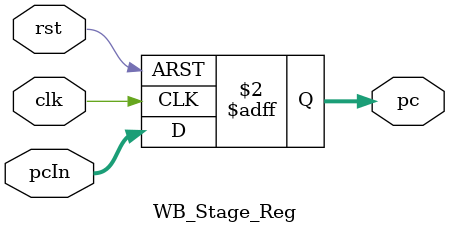
<source format=v>
module WB_Stage_Reg(
    input clk, rst,
    input [31:0] pcIn,
    output reg [31:0] pc
);
    always @(posedge clk, posedge rst) begin
        if(rst)
            pc = 32'b0;
        else
            pc = pcIn;
    end
endmodule
</source>
